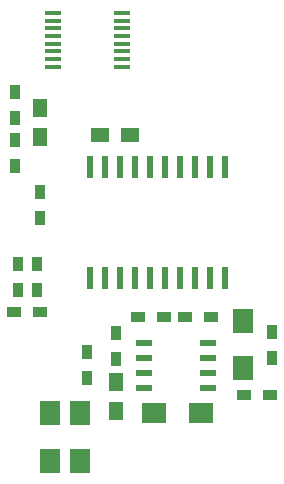
<source format=gtp>
%TF.GenerationSoftware,KiCad,Pcbnew,(5.1.6-0-10_14)*%
%TF.CreationDate,2020-09-14T13:46:36+09:00*%
%TF.ProjectId,qPCR-photosensing,71504352-2d70-4686-9f74-6f73656e7369,rev?*%
%TF.SameCoordinates,Original*%
%TF.FileFunction,Paste,Top*%
%TF.FilePolarity,Positive*%
%FSLAX46Y46*%
G04 Gerber Fmt 4.6, Leading zero omitted, Abs format (unit mm)*
G04 Created by KiCad (PCBNEW (5.1.6-0-10_14)) date 2020-09-14 13:46:36*
%MOMM*%
%LPD*%
G01*
G04 APERTURE LIST*
%ADD10R,1.200000X0.900000*%
%ADD11R,1.700000X2.000000*%
%ADD12R,0.900000X1.200000*%
%ADD13R,0.558800X1.981200*%
%ADD14R,1.473200X0.355600*%
%ADD15R,1.460500X0.558800*%
%ADD16R,1.500000X1.250000*%
%ADD17R,1.250000X1.500000*%
%ADD18R,2.000000X1.700000*%
G04 APERTURE END LIST*
D10*
%TO.C,C1*%
X93000000Y-94000000D03*
X90800000Y-94000000D03*
%TD*%
D11*
%TO.C,C8*%
X110163000Y-98821500D03*
X110163000Y-94821500D03*
%TD*%
D12*
%TO.C,R1*%
X92765600Y-90000000D03*
X92765600Y-92200000D03*
%TD*%
%TO.C,R2*%
X91190800Y-90000000D03*
X91190800Y-92200000D03*
%TD*%
%TO.C,R3*%
X90875100Y-81657800D03*
X90875100Y-79457800D03*
%TD*%
%TO.C,R4*%
X90875100Y-77619200D03*
X90875100Y-75419200D03*
%TD*%
D10*
%TO.C,R5*%
X112500000Y-101044000D03*
X110300000Y-101044000D03*
%TD*%
D12*
%TO.C,R6*%
X99444300Y-95778900D03*
X99444300Y-97978900D03*
%TD*%
D10*
%TO.C,R7*%
X103491000Y-94465900D03*
X101291000Y-94465900D03*
%TD*%
%TO.C,R8*%
X107522000Y-94465900D03*
X105322000Y-94465900D03*
%TD*%
D13*
%TO.C,U1*%
X108685000Y-91141300D03*
X107415000Y-91141300D03*
X106145000Y-91141300D03*
X104875000Y-91141300D03*
X103605000Y-91141300D03*
X102335000Y-91141300D03*
X101065000Y-91141300D03*
X99795000Y-91141300D03*
X98525000Y-91141300D03*
X97255000Y-91141300D03*
X97255000Y-81768700D03*
X98525000Y-81768700D03*
X99795000Y-81768700D03*
X101065000Y-81768700D03*
X102335000Y-81768700D03*
X103605000Y-81768700D03*
X104875000Y-81768700D03*
X106145000Y-81768700D03*
X107415000Y-81768700D03*
X108685000Y-81768700D03*
%TD*%
D14*
%TO.C,U2*%
X94079000Y-73274999D03*
X94079000Y-72624998D03*
X94079000Y-71974999D03*
X94079000Y-71324998D03*
X94079000Y-70674999D03*
X94079000Y-70025001D03*
X94079000Y-69374999D03*
X94079000Y-68725001D03*
X99921000Y-68725001D03*
X99921000Y-69375002D03*
X99921000Y-70025001D03*
X99921000Y-70675002D03*
X99921000Y-71325001D03*
X99921000Y-71974999D03*
X99921000Y-72625001D03*
X99921000Y-73274999D03*
%TD*%
D15*
%TO.C,U3*%
X107248150Y-96701100D03*
X107248150Y-97971100D03*
X107248150Y-99241100D03*
X107248150Y-100511100D03*
X101799850Y-100511100D03*
X101799850Y-99241100D03*
X101799850Y-97971100D03*
X101799850Y-96701100D03*
%TD*%
D16*
%TO.C,C2*%
X98120800Y-79038200D03*
X100620800Y-79038200D03*
%TD*%
D12*
%TO.C,C3*%
X93000000Y-83900000D03*
X93000000Y-86100000D03*
%TD*%
D17*
%TO.C,C4*%
X99444300Y-102455000D03*
X99444300Y-99955000D03*
%TD*%
%TO.C,C5*%
X93000000Y-76750000D03*
X93000000Y-79250000D03*
%TD*%
D18*
%TO.C,C6*%
X106669000Y-102619000D03*
X102669000Y-102619000D03*
%TD*%
D12*
%TO.C,C7*%
X97000000Y-99600000D03*
X97000000Y-97400000D03*
%TD*%
%TO.C,C9*%
X112652000Y-95721500D03*
X112652000Y-97921500D03*
%TD*%
D11*
%TO.C,C11*%
X93853000Y-102623000D03*
X93853000Y-106623000D03*
%TD*%
%TO.C,C12*%
X96393000Y-106623000D03*
X96393000Y-102623000D03*
%TD*%
M02*

</source>
